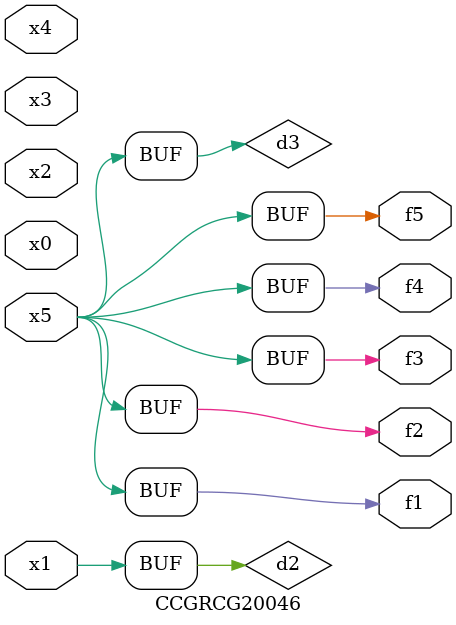
<source format=v>
module CCGRCG20046(
	input x0, x1, x2, x3, x4, x5,
	output f1, f2, f3, f4, f5
);

	wire d1, d2, d3;

	not (d1, x5);
	or (d2, x1);
	xnor (d3, d1);
	assign f1 = d3;
	assign f2 = d3;
	assign f3 = d3;
	assign f4 = d3;
	assign f5 = d3;
endmodule

</source>
